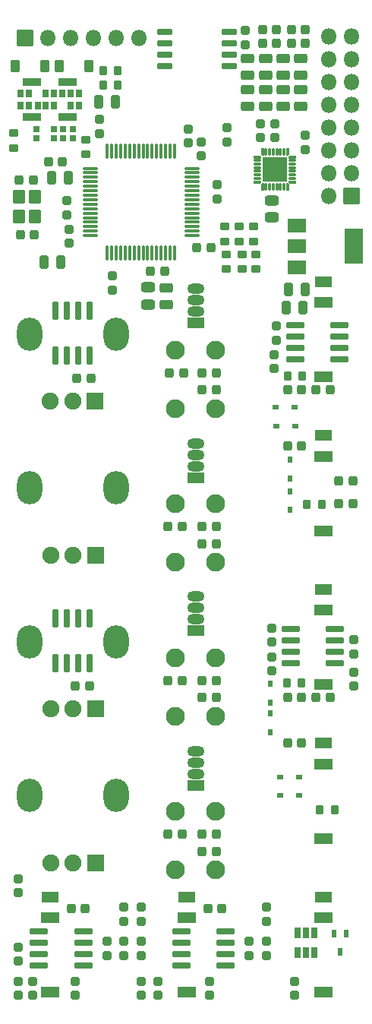
<source format=gbr>
G04 #@! TF.GenerationSoftware,KiCad,Pcbnew,6.0.6+dfsg-1*
G04 #@! TF.CreationDate,2022-10-02T17:16:31+02:00*
G04 #@! TF.ProjectId,demiurge,64656d69-7572-4676-952e-6b696361645f,G*
G04 #@! TF.SameCoordinates,Original*
G04 #@! TF.FileFunction,Soldermask,Top*
G04 #@! TF.FilePolarity,Negative*
%FSLAX46Y46*%
G04 Gerber Fmt 4.6, Leading zero omitted, Abs format (unit mm)*
G04 Created by KiCad (PCBNEW 6.0.6+dfsg-1) date 2022-10-02 17:16:31*
%MOMM*%
%LPD*%
G01*
G04 APERTURE LIST*
G04 Aperture macros list*
%AMRoundRect*
0 Rectangle with rounded corners*
0 $1 Rounding radius*
0 $2 $3 $4 $5 $6 $7 $8 $9 X,Y pos of 4 corners*
0 Add a 4 corners polygon primitive as box body*
4,1,4,$2,$3,$4,$5,$6,$7,$8,$9,$2,$3,0*
0 Add four circle primitives for the rounded corners*
1,1,$1+$1,$2,$3*
1,1,$1+$1,$4,$5*
1,1,$1+$1,$6,$7*
1,1,$1+$1,$8,$9*
0 Add four rect primitives between the rounded corners*
20,1,$1+$1,$2,$3,$4,$5,0*
20,1,$1+$1,$4,$5,$6,$7,0*
20,1,$1+$1,$6,$7,$8,$9,0*
20,1,$1+$1,$8,$9,$2,$3,0*%
%AMFreePoly0*
4,1,27,0.298730,0.146933,0.334085,0.132288,0.350565,0.121276,0.421276,0.050565,0.432288,0.034085,0.446933,-0.001270,0.450800,-0.020711,0.450800,-0.050000,0.446933,-0.069441,0.432288,-0.104796,0.404796,-0.132288,0.369441,-0.146933,0.350000,-0.150800,-0.350000,-0.150800,-0.369441,-0.146933,-0.404796,-0.132288,-0.432288,-0.104796,-0.446933,-0.069441,-0.450800,-0.050000,-0.450800,0.050000,
-0.446933,0.069441,-0.432288,0.104796,-0.404796,0.132288,-0.369441,0.146933,-0.350000,0.150800,0.279289,0.150800,0.298730,0.146933,0.298730,0.146933,$1*%
%AMFreePoly1*
4,1,27,0.369441,0.146933,0.404796,0.132288,0.432288,0.104796,0.446933,0.069441,0.450800,0.050000,0.450800,0.020711,0.446933,0.001271,0.432288,-0.034085,0.421276,-0.050566,0.350565,-0.121276,0.334085,-0.132288,0.298730,-0.146933,0.279289,-0.150800,-0.350000,-0.150800,-0.369441,-0.146933,-0.404796,-0.132288,-0.432288,-0.104796,-0.446933,-0.069441,-0.450800,-0.050000,-0.450800,0.050000,
-0.446933,0.069441,-0.432288,0.104796,-0.404796,0.132288,-0.369441,0.146933,-0.350000,0.150800,0.350000,0.150800,0.369441,0.146933,0.369441,0.146933,$1*%
%AMFreePoly2*
4,1,27,0.069441,0.446933,0.104796,0.432288,0.132288,0.404796,0.146933,0.369441,0.150800,0.350000,0.150800,-0.350000,0.146933,-0.369441,0.132288,-0.404796,0.104796,-0.432288,0.069441,-0.446933,0.050000,-0.450800,-0.050000,-0.450800,-0.069441,-0.446933,-0.104796,-0.432288,-0.132288,-0.404796,-0.146933,-0.369441,-0.150800,-0.350000,-0.150800,0.279289,-0.146933,0.298730,-0.132288,0.334085,
-0.121276,0.350565,-0.050566,0.421276,-0.034085,0.432288,0.001271,0.446933,0.020711,0.450800,0.050000,0.450800,0.069441,0.446933,0.069441,0.446933,$1*%
%AMFreePoly3*
4,1,27,-0.001270,0.446933,0.034085,0.432288,0.050565,0.421276,0.121276,0.350565,0.132288,0.334085,0.146933,0.298730,0.150800,0.279289,0.150800,-0.350000,0.146933,-0.369441,0.132288,-0.404796,0.104796,-0.432288,0.069441,-0.446933,0.050000,-0.450800,-0.050000,-0.450800,-0.069441,-0.446933,-0.104796,-0.432288,-0.132288,-0.404796,-0.146933,-0.369441,-0.150800,-0.350000,-0.150800,0.350000,
-0.146933,0.369441,-0.132288,0.404796,-0.104796,0.432288,-0.069441,0.446933,-0.050000,0.450800,-0.020711,0.450800,-0.001270,0.446933,-0.001270,0.446933,$1*%
%AMFreePoly4*
4,1,27,0.369441,0.146933,0.404796,0.132288,0.432288,0.104796,0.446933,0.069441,0.450800,0.050000,0.450800,-0.050000,0.446933,-0.069441,0.432288,-0.104796,0.404796,-0.132288,0.369441,-0.146933,0.350000,-0.150800,-0.279289,-0.150800,-0.298729,-0.146933,-0.334085,-0.132288,-0.350566,-0.121276,-0.421276,-0.050565,-0.432288,-0.034085,-0.446933,0.001270,-0.450800,0.020711,-0.450800,0.050000,
-0.446933,0.069441,-0.432288,0.104796,-0.404796,0.132288,-0.369441,0.146933,-0.350000,0.150800,0.350000,0.150800,0.369441,0.146933,0.369441,0.146933,$1*%
%AMFreePoly5*
4,1,27,0.369441,0.146933,0.404796,0.132288,0.432288,0.104796,0.446933,0.069441,0.450800,0.050000,0.450800,-0.050000,0.446933,-0.069441,0.432288,-0.104796,0.404796,-0.132288,0.369441,-0.146933,0.350000,-0.150800,-0.350000,-0.150800,-0.369441,-0.146933,-0.404796,-0.132288,-0.432288,-0.104796,-0.446933,-0.069441,-0.450800,-0.050000,-0.450800,-0.020711,-0.446933,-0.001270,-0.432288,0.034085,
-0.421276,0.050565,-0.350566,0.121276,-0.334085,0.132288,-0.298729,0.146933,-0.279289,0.150800,0.350000,0.150800,0.369441,0.146933,0.369441,0.146933,$1*%
%AMFreePoly6*
4,1,27,0.069441,0.446933,0.104796,0.432288,0.132288,0.404796,0.146933,0.369441,0.150800,0.350000,0.150800,-0.279289,0.146933,-0.298729,0.132288,-0.334085,0.121276,-0.350566,0.050565,-0.421276,0.034085,-0.432288,-0.001270,-0.446933,-0.020711,-0.450800,-0.050000,-0.450800,-0.069441,-0.446933,-0.104796,-0.432288,-0.132288,-0.404796,-0.146933,-0.369441,-0.150800,-0.350000,-0.150800,0.350000,
-0.146933,0.369441,-0.132288,0.404796,-0.104796,0.432288,-0.069441,0.446933,-0.050000,0.450800,0.050000,0.450800,0.069441,0.446933,0.069441,0.446933,$1*%
%AMFreePoly7*
4,1,27,0.069441,0.446933,0.104796,0.432288,0.132288,0.404796,0.146933,0.369441,0.150800,0.350000,0.150800,-0.350000,0.146933,-0.369441,0.132288,-0.404796,0.104796,-0.432288,0.069441,-0.446933,0.050000,-0.450800,0.020711,-0.450800,0.001271,-0.446933,-0.034085,-0.432288,-0.050566,-0.421276,-0.121276,-0.350565,-0.132288,-0.334085,-0.146933,-0.298730,-0.150800,-0.279289,-0.150800,0.350000,
-0.146933,0.369441,-0.132288,0.404796,-0.104796,0.432288,-0.069441,0.446933,-0.050000,0.450800,0.050000,0.450800,0.069441,0.446933,0.069441,0.446933,$1*%
G04 Aperture macros list end*
%ADD10RoundRect,0.269550X-0.256250X0.218750X-0.256250X-0.218750X0.256250X-0.218750X0.256250X0.218750X0*%
%ADD11RoundRect,0.269550X0.218750X0.256250X-0.218750X0.256250X-0.218750X-0.256250X0.218750X-0.256250X0*%
%ADD12RoundRect,0.269550X0.256250X-0.218750X0.256250X0.218750X-0.256250X0.218750X-0.256250X-0.218750X0*%
%ADD13RoundRect,0.050800X-1.000000X-0.750000X1.000000X-0.750000X1.000000X0.750000X-1.000000X0.750000X0*%
%ADD14RoundRect,0.050800X-1.000000X-1.900000X1.000000X-1.900000X1.000000X1.900000X-1.000000X1.900000X0*%
%ADD15RoundRect,0.269550X-0.218750X-0.256250X0.218750X-0.256250X0.218750X0.256250X-0.218750X0.256250X0*%
%ADD16RoundRect,0.200800X-0.825000X-0.150000X0.825000X-0.150000X0.825000X0.150000X-0.825000X0.150000X0*%
%ADD17RoundRect,0.294550X-0.456250X0.243750X-0.456250X-0.243750X0.456250X-0.243750X0.456250X0.243750X0*%
%ADD18RoundRect,0.294550X-0.243750X-0.456250X0.243750X-0.456250X0.243750X0.456250X-0.243750X0.456250X0*%
%ADD19RoundRect,0.294550X0.243750X0.456250X-0.243750X0.456250X-0.243750X-0.456250X0.243750X-0.456250X0*%
%ADD20RoundRect,0.050800X0.850000X0.850000X-0.850000X0.850000X-0.850000X-0.850000X0.850000X-0.850000X0*%
%ADD21O,1.801600X1.801600*%
%ADD22RoundRect,0.050800X-0.325000X0.530000X-0.325000X-0.530000X0.325000X-0.530000X0.325000X0.530000X0*%
%ADD23RoundRect,0.200800X-0.150000X0.825000X-0.150000X-0.825000X0.150000X-0.825000X0.150000X0.825000X0*%
%ADD24RoundRect,0.050800X0.850000X-0.850000X0.850000X0.850000X-0.850000X0.850000X-0.850000X-0.850000X0*%
%ADD25RoundRect,0.050800X0.225000X0.350000X-0.225000X0.350000X-0.225000X-0.350000X0.225000X-0.350000X0*%
%ADD26RoundRect,0.125800X-0.700000X-0.075000X0.700000X-0.075000X0.700000X0.075000X-0.700000X0.075000X0*%
%ADD27RoundRect,0.125800X-0.075000X-0.700000X0.075000X-0.700000X0.075000X0.700000X-0.075000X0.700000X0*%
%ADD28FreePoly0,0.000000*%
%ADD29RoundRect,0.100800X-0.350000X-0.050000X0.350000X-0.050000X0.350000X0.050000X-0.350000X0.050000X0*%
%ADD30FreePoly1,0.000000*%
%ADD31FreePoly2,0.000000*%
%ADD32RoundRect,0.100800X-0.050000X-0.350000X0.050000X-0.350000X0.050000X0.350000X-0.050000X0.350000X0*%
%ADD33FreePoly3,0.000000*%
%ADD34FreePoly4,0.000000*%
%ADD35FreePoly5,0.000000*%
%ADD36FreePoly6,0.000000*%
%ADD37FreePoly7,0.000000*%
%ADD38RoundRect,0.050800X-1.325000X-1.325000X1.325000X-1.325000X1.325000X1.325000X-1.325000X1.325000X0*%
%ADD39RoundRect,0.050800X0.450000X0.600000X-0.450000X0.600000X-0.450000X-0.600000X0.450000X-0.600000X0*%
%ADD40RoundRect,0.198300X-0.172500X0.147500X-0.172500X-0.147500X0.172500X-0.147500X0.172500X0.147500X0*%
%ADD41RoundRect,0.050800X-0.600000X0.700000X-0.600000X-0.700000X0.600000X-0.700000X0.600000X0.700000X0*%
%ADD42RoundRect,0.050800X-0.225000X0.300000X-0.225000X-0.300000X0.225000X-0.300000X0.225000X0.300000X0*%
%ADD43RoundRect,0.275800X0.250000X-0.225000X0.250000X0.225000X-0.250000X0.225000X-0.250000X-0.225000X0*%
%ADD44RoundRect,0.275800X-0.250000X0.225000X-0.250000X-0.225000X0.250000X-0.225000X0.250000X0.225000X0*%
%ADD45RoundRect,0.250800X0.275000X-0.200000X0.275000X0.200000X-0.275000X0.200000X-0.275000X-0.200000X0*%
%ADD46RoundRect,0.250800X0.200000X0.275000X-0.200000X0.275000X-0.200000X-0.275000X0.200000X-0.275000X0*%
%ADD47RoundRect,0.275800X0.225000X0.250000X-0.225000X0.250000X-0.225000X-0.250000X0.225000X-0.250000X0*%
%ADD48RoundRect,0.050800X0.225000X-0.300000X0.225000X0.300000X-0.225000X0.300000X-0.225000X-0.300000X0*%
%ADD49RoundRect,0.200800X-0.650000X-0.150000X0.650000X-0.150000X0.650000X0.150000X-0.650000X0.150000X0*%
%ADD50RoundRect,0.250800X-0.200000X-0.275000X0.200000X-0.275000X0.200000X0.275000X-0.200000X0.275000X0*%
%ADD51RoundRect,0.050800X0.300000X0.225000X-0.300000X0.225000X-0.300000X-0.225000X0.300000X-0.225000X0*%
%ADD52RoundRect,0.250800X-0.275000X0.200000X-0.275000X-0.200000X0.275000X-0.200000X0.275000X0.200000X0*%
%ADD53RoundRect,0.300800X0.475000X-0.250000X0.475000X0.250000X-0.475000X0.250000X-0.475000X-0.250000X0*%
%ADD54RoundRect,0.050800X-0.300000X-0.225000X0.300000X-0.225000X0.300000X0.225000X-0.300000X0.225000X0*%
%ADD55RoundRect,0.300800X-0.475000X0.250000X-0.475000X-0.250000X0.475000X-0.250000X0.475000X0.250000X0*%
%ADD56C,2.101600*%
%ADD57RoundRect,0.050800X-0.900000X-0.500000X0.900000X-0.500000X0.900000X0.500000X-0.900000X0.500000X0*%
%ADD58RoundRect,0.050800X-1.000000X-0.500000X1.000000X-0.500000X1.000000X0.500000X-1.000000X0.500000X0*%
%ADD59O,2.821600X3.701600*%
%ADD60RoundRect,0.050800X-0.900000X-0.900000X0.900000X-0.900000X0.900000X0.900000X-0.900000X0.900000X0*%
%ADD61C,1.901600*%
%ADD62RoundRect,0.050800X0.900000X-0.535000X0.900000X0.535000X-0.900000X0.535000X-0.900000X-0.535000X0*%
%ADD63O,1.901600X1.171600*%
%ADD64RoundRect,0.213300X-0.162500X-0.237500X0.162500X-0.237500X0.162500X0.237500X-0.162500X0.237500X0*%
%ADD65RoundRect,0.250800X-0.800000X-0.200000X0.800000X-0.200000X0.800000X0.200000X-0.800000X0.200000X0*%
G04 APERTURE END LIST*
D10*
X83439000Y-74142500D03*
X83439000Y-75717500D03*
D11*
X96190000Y-90170000D03*
X94615000Y-90170000D03*
X96037500Y-107315000D03*
X94462500Y-107315000D03*
X96037500Y-141605000D03*
X94462500Y-141605000D03*
X99847500Y-107315000D03*
X98272500Y-107315000D03*
X99847500Y-109220000D03*
X98272500Y-109220000D03*
X99847500Y-124460000D03*
X98272500Y-124460000D03*
X99847500Y-126365000D03*
X98272500Y-126365000D03*
X109372500Y-98300000D03*
X107797500Y-98300000D03*
X99847500Y-141605000D03*
X98272500Y-141605000D03*
X99847500Y-143510000D03*
X98272500Y-143510000D03*
D10*
X106553000Y-84937500D03*
X106553000Y-86512500D03*
D12*
X91440000Y-151282500D03*
X91440000Y-149707500D03*
X91440000Y-159537500D03*
X91440000Y-157962500D03*
D10*
X93345000Y-157962500D03*
X93345000Y-159537500D03*
X91440000Y-153517500D03*
X91440000Y-155092500D03*
D13*
X108864000Y-73773000D03*
D14*
X115164000Y-76073000D03*
D13*
X108864000Y-76073000D03*
X108864000Y-78373000D03*
D11*
X109772500Y-51876000D03*
X108197500Y-51876000D03*
X106587500Y-51876000D03*
X105012500Y-51876000D03*
D15*
X105012500Y-53400000D03*
X106587500Y-53400000D03*
X108197500Y-53400000D03*
X109772500Y-53400000D03*
D16*
X108125000Y-118745000D03*
X108125000Y-120015000D03*
X108125000Y-121285000D03*
X108125000Y-122555000D03*
X113075000Y-122555000D03*
X113075000Y-121285000D03*
X113075000Y-120015000D03*
X113075000Y-118745000D03*
D17*
X94250000Y-80662500D03*
X94250000Y-82537500D03*
D11*
X112547500Y-92075000D03*
X110972500Y-92075000D03*
D18*
X107901500Y-80899000D03*
X109776500Y-80899000D03*
D17*
X109290000Y-55142500D03*
X109290000Y-57017500D03*
X107315000Y-58600100D03*
X107315000Y-60475100D03*
X107310000Y-55142500D03*
X107310000Y-57017500D03*
X109296200Y-58600100D03*
X109296200Y-60475100D03*
X103352600Y-58600100D03*
X103352600Y-60475100D03*
D15*
X97688300Y-76225400D03*
X99263300Y-76225400D03*
D12*
X87630000Y-155092500D03*
X87630000Y-153517500D03*
X77724000Y-148107500D03*
X77724000Y-146532500D03*
D10*
X77724000Y-154152500D03*
X77724000Y-155727500D03*
D12*
X105410000Y-151282500D03*
X105410000Y-149707500D03*
X89535000Y-151282500D03*
X89535000Y-149707500D03*
D11*
X109372500Y-92075000D03*
X107797500Y-92075000D03*
X115087500Y-104775000D03*
X113512500Y-104775000D03*
X115087500Y-102235000D03*
X113512500Y-102235000D03*
X109372500Y-126365000D03*
X107797500Y-126365000D03*
D10*
X106000000Y-121812500D03*
X106000000Y-123387500D03*
X115200000Y-123512500D03*
X115200000Y-125087500D03*
X106000000Y-118612500D03*
X106000000Y-120187500D03*
X115200000Y-119912500D03*
X115200000Y-121487500D03*
D11*
X99847500Y-92075000D03*
X98272500Y-92075000D03*
X112547500Y-126365000D03*
X110972500Y-126365000D03*
X82702500Y-66675000D03*
X81127500Y-66675000D03*
X99847500Y-90170000D03*
X98272500Y-90170000D03*
D10*
X106300000Y-88112500D03*
X106300000Y-89687500D03*
D16*
X95950000Y-152400000D03*
X95950000Y-153670000D03*
X95950000Y-154940000D03*
X95950000Y-156210000D03*
X100900000Y-156210000D03*
X100900000Y-154940000D03*
X100900000Y-153670000D03*
X100900000Y-152400000D03*
D17*
X105333800Y-58600100D03*
X105333800Y-60475100D03*
X105340000Y-55142500D03*
X105340000Y-57017500D03*
D10*
X105410000Y-153517500D03*
X105410000Y-155092500D03*
X89535000Y-153517500D03*
X89535000Y-155092500D03*
D11*
X100482500Y-149860000D03*
X98907500Y-149860000D03*
D16*
X80075000Y-152400000D03*
X80075000Y-153670000D03*
X80075000Y-154940000D03*
X80075000Y-156210000D03*
X85025000Y-156210000D03*
X85025000Y-154940000D03*
X85025000Y-153670000D03*
X85025000Y-152400000D03*
D18*
X107647500Y-82931000D03*
X109522500Y-82931000D03*
X80596500Y-77825600D03*
X82471500Y-77825600D03*
D11*
X96037500Y-124460000D03*
X94462500Y-124460000D03*
D18*
X86743300Y-59969400D03*
X88618300Y-59969400D03*
D19*
X83360500Y-68453000D03*
X81485500Y-68453000D03*
D20*
X114935000Y-70485000D03*
D21*
X112395000Y-70485000D03*
X114935000Y-67945000D03*
X112395000Y-67945000D03*
X114935000Y-65405000D03*
X112395000Y-65405000D03*
X114935000Y-62865000D03*
X112395000Y-62865000D03*
X114935000Y-60325000D03*
X112395000Y-60325000D03*
X114935000Y-57785000D03*
X112395000Y-57785000D03*
X114935000Y-55245000D03*
X112395000Y-55245000D03*
X114935000Y-52705000D03*
X112395000Y-52705000D03*
D12*
X84150000Y-159537500D03*
X84150000Y-157962500D03*
X99060000Y-159537500D03*
X99060000Y-157962500D03*
X103505000Y-155092500D03*
X103505000Y-153517500D03*
D16*
X108650000Y-84836000D03*
X108650000Y-86106000D03*
X108650000Y-87376000D03*
X108650000Y-88646000D03*
X113600000Y-88646000D03*
X113600000Y-87376000D03*
X113600000Y-86106000D03*
X113600000Y-84836000D03*
D17*
X103350000Y-55142500D03*
X103350000Y-57017500D03*
D11*
X109372500Y-131445000D03*
X107797500Y-131445000D03*
D22*
X110805000Y-152570000D03*
X109855000Y-152570000D03*
X108905000Y-152570000D03*
X108905000Y-154770000D03*
X109855000Y-154770000D03*
X110805000Y-154770000D03*
D23*
X85725000Y-117540000D03*
X84455000Y-117540000D03*
X83185000Y-117540000D03*
X81915000Y-117540000D03*
X81915000Y-122490000D03*
X83185000Y-122490000D03*
X84455000Y-122490000D03*
X85725000Y-122490000D03*
D11*
X85877500Y-90805000D03*
X84302500Y-90805000D03*
X85725000Y-125095000D03*
X84150000Y-125095000D03*
D10*
X77724000Y-157962500D03*
X77724000Y-159537500D03*
X79375000Y-157962500D03*
X79375000Y-159537500D03*
D24*
X78486000Y-52832000D03*
D21*
X81026000Y-52832000D03*
X83566000Y-52832000D03*
X86106000Y-52832000D03*
X88646000Y-52832000D03*
X91186000Y-52832000D03*
D12*
X108585000Y-159537500D03*
X108585000Y-157962500D03*
D25*
X114315000Y-152670000D03*
X113015000Y-152670000D03*
X113665000Y-154670000D03*
D11*
X85242500Y-149860000D03*
X83667500Y-149860000D03*
D26*
X85765000Y-67370000D03*
X85765000Y-67870000D03*
X85765000Y-68370000D03*
X85765000Y-68870000D03*
X85765000Y-69370000D03*
X85765000Y-69870000D03*
X85765000Y-70370000D03*
X85765000Y-70870000D03*
X85765000Y-71370000D03*
X85765000Y-71870000D03*
X85765000Y-72370000D03*
X85765000Y-72870000D03*
X85765000Y-73370000D03*
X85765000Y-73870000D03*
X85765000Y-74370000D03*
X85765000Y-74870000D03*
D27*
X87690000Y-76795000D03*
X88190000Y-76795000D03*
X88690000Y-76795000D03*
X89190000Y-76795000D03*
X89690000Y-76795000D03*
X90190000Y-76795000D03*
X90690000Y-76795000D03*
X91190000Y-76795000D03*
X91690000Y-76795000D03*
X92190000Y-76795000D03*
X92690000Y-76795000D03*
X93190000Y-76795000D03*
X93690000Y-76795000D03*
X94190000Y-76795000D03*
X94690000Y-76795000D03*
X95190000Y-76795000D03*
D26*
X97115000Y-74870000D03*
X97115000Y-74370000D03*
X97115000Y-73870000D03*
X97115000Y-73370000D03*
X97115000Y-72870000D03*
X97115000Y-72370000D03*
X97115000Y-71870000D03*
X97115000Y-71370000D03*
X97115000Y-70870000D03*
X97115000Y-70370000D03*
X97115000Y-69870000D03*
X97115000Y-69370000D03*
X97115000Y-68870000D03*
X97115000Y-68370000D03*
X97115000Y-67870000D03*
X97115000Y-67370000D03*
D27*
X95190000Y-65445000D03*
X94690000Y-65445000D03*
X94190000Y-65445000D03*
X93690000Y-65445000D03*
X93190000Y-65445000D03*
X92690000Y-65445000D03*
X92190000Y-65445000D03*
X91690000Y-65445000D03*
X91190000Y-65445000D03*
X90690000Y-65445000D03*
X90190000Y-65445000D03*
X89690000Y-65445000D03*
X89190000Y-65445000D03*
X88690000Y-65445000D03*
X88190000Y-65445000D03*
X87690000Y-65445000D03*
D28*
X104450000Y-66100000D03*
D29*
X104450000Y-66500000D03*
X104450000Y-66900000D03*
X104450000Y-67300000D03*
X104450000Y-67700000D03*
X104450000Y-68100000D03*
X104450000Y-68500000D03*
D30*
X104450000Y-68900000D03*
D31*
X105000000Y-69450000D03*
D32*
X105400000Y-69450000D03*
X105800000Y-69450000D03*
X106200000Y-69450000D03*
X106600000Y-69450000D03*
X107000000Y-69450000D03*
X107400000Y-69450000D03*
D33*
X107800000Y-69450000D03*
D34*
X108350000Y-68900000D03*
D29*
X108350000Y-68500000D03*
X108350000Y-68100000D03*
X108350000Y-67700000D03*
X108350000Y-67300000D03*
X108350000Y-66900000D03*
X108350000Y-66500000D03*
D35*
X108350000Y-66100000D03*
D36*
X107800000Y-65550000D03*
D32*
X107400000Y-65550000D03*
X107000000Y-65550000D03*
X106600000Y-65550000D03*
X106200000Y-65550000D03*
X105800000Y-65550000D03*
X105400000Y-65550000D03*
D37*
X105000000Y-65550000D03*
D38*
X106400000Y-67500000D03*
D23*
X85725000Y-83250000D03*
X84455000Y-83250000D03*
X83185000Y-83250000D03*
X81915000Y-83250000D03*
X81915000Y-88200000D03*
X83185000Y-88200000D03*
X84455000Y-88200000D03*
X85725000Y-88200000D03*
D10*
X88265000Y-79349500D03*
X88265000Y-80924500D03*
X83185000Y-70967500D03*
X83185000Y-72542500D03*
D39*
X85650000Y-56000000D03*
X82350000Y-56000000D03*
D40*
X82750000Y-63015000D03*
X82750000Y-63985000D03*
X81700000Y-63015000D03*
X81700000Y-63985000D03*
X83820000Y-63015000D03*
X83820000Y-63985000D03*
X79800000Y-63015000D03*
X79800000Y-63985000D03*
D15*
X77870089Y-68669011D03*
X79445089Y-68669011D03*
X77971689Y-74739611D03*
X79546689Y-74739611D03*
D41*
X77883789Y-70566211D03*
X77883789Y-72766211D03*
X79583789Y-72766211D03*
X79583789Y-70566211D03*
D42*
X108100000Y-99850000D03*
X108100000Y-101950000D03*
D43*
X98200000Y-65975000D03*
X98200000Y-64425000D03*
D44*
X104800000Y-62425000D03*
X104800000Y-63975000D03*
D45*
X102700000Y-78625000D03*
X102700000Y-76975000D03*
D46*
X113025000Y-138900000D03*
X111375000Y-138900000D03*
D47*
X94075000Y-78800000D03*
X92525000Y-78800000D03*
D48*
X105900000Y-130250000D03*
X105900000Y-128150000D03*
D46*
X111625000Y-104800000D03*
X109975000Y-104800000D03*
D43*
X109800000Y-65275000D03*
X109800000Y-63725000D03*
D49*
X94090000Y-52165000D03*
X94090000Y-53435000D03*
X94090000Y-54705000D03*
X94090000Y-55975000D03*
X101290000Y-55975000D03*
X101290000Y-54705000D03*
X101290000Y-53435000D03*
X101290000Y-52165000D03*
D50*
X107700000Y-124700000D03*
X109350000Y-124700000D03*
D51*
X109050000Y-137300000D03*
X106950000Y-137300000D03*
D46*
X88875000Y-58100000D03*
X87225000Y-58100000D03*
D52*
X85300000Y-64173600D03*
X85300000Y-65823600D03*
D44*
X101041200Y-62877400D03*
X101041200Y-64427400D03*
D45*
X100800000Y-75525000D03*
X100800000Y-73875000D03*
D46*
X88875000Y-56500000D03*
X87225000Y-56500000D03*
D45*
X102400000Y-75525000D03*
X102400000Y-73875000D03*
D43*
X106400000Y-63975000D03*
X106400000Y-62425000D03*
D53*
X106000000Y-72850000D03*
X106000000Y-70950000D03*
D43*
X86800000Y-63475000D03*
X86800000Y-61925000D03*
X96700000Y-64554400D03*
X96700000Y-63004400D03*
D45*
X104300000Y-78625000D03*
X104300000Y-76975000D03*
X101000000Y-78625000D03*
X101000000Y-76975000D03*
D54*
X106450000Y-94000000D03*
X108550000Y-94000000D03*
D50*
X107775000Y-90500000D03*
X109425000Y-90500000D03*
D45*
X77241400Y-65112400D03*
X77241400Y-63462400D03*
D42*
X105900000Y-124850000D03*
X105900000Y-126950000D03*
D44*
X103100000Y-52025000D03*
X103100000Y-53575000D03*
D45*
X104000000Y-75525000D03*
X104000000Y-73875000D03*
D48*
X108100000Y-105450000D03*
X108100000Y-103350000D03*
D44*
X99900000Y-69225000D03*
X99900000Y-70775000D03*
D39*
X80750000Y-56000000D03*
X77450000Y-56000000D03*
D54*
X106550000Y-96100000D03*
X108650000Y-96100000D03*
D55*
X92200000Y-80650000D03*
X92200000Y-82550000D03*
D51*
X109050000Y-135200000D03*
X106950000Y-135200000D03*
D56*
X95250000Y-104775000D03*
X95250000Y-111275000D03*
X99750000Y-104775000D03*
X99750000Y-111275000D03*
X95250000Y-121920000D03*
X95250000Y-128420000D03*
X99750000Y-121920000D03*
X99750000Y-128420000D03*
D57*
X111760000Y-148590000D03*
D58*
X111760000Y-159225000D03*
X111760000Y-150925000D03*
D57*
X111760000Y-80010000D03*
D58*
X111760000Y-90645000D03*
X111760000Y-82345000D03*
D56*
X95250000Y-139065000D03*
X95250000Y-145565000D03*
X99750000Y-145565000D03*
X99750000Y-139065000D03*
D57*
X96520000Y-148590000D03*
D58*
X96520000Y-159225000D03*
X96520000Y-150925000D03*
D59*
X88646000Y-85845000D03*
X79046000Y-85845000D03*
D60*
X86346000Y-93345000D03*
D61*
X83846000Y-93345000D03*
X81346000Y-93345000D03*
D59*
X88660000Y-137280000D03*
X79060000Y-137280000D03*
D60*
X86360000Y-144780000D03*
D61*
X83860000Y-144780000D03*
X81360000Y-144780000D03*
D57*
X111760000Y-131445000D03*
D58*
X111760000Y-142080000D03*
X111760000Y-133780000D03*
D57*
X111760000Y-114300000D03*
D58*
X111760000Y-124935000D03*
X111760000Y-116635000D03*
D57*
X111760000Y-97155000D03*
D58*
X111760000Y-107790000D03*
X111760000Y-99490000D03*
D59*
X79060000Y-102990000D03*
X88660000Y-102990000D03*
D60*
X86360000Y-110490000D03*
D61*
X83860000Y-110490000D03*
X81360000Y-110490000D03*
D59*
X79060000Y-120135000D03*
X88660000Y-120135000D03*
D60*
X86360000Y-127635000D03*
D61*
X83860000Y-127635000D03*
X81360000Y-127635000D03*
D56*
X95250000Y-87630000D03*
X95250000Y-94130000D03*
X99750000Y-87630000D03*
X99750000Y-94130000D03*
D57*
X81280000Y-148590000D03*
D58*
X81280000Y-159225000D03*
X81280000Y-150925000D03*
D62*
X97536000Y-84582000D03*
D63*
X97536000Y-83312000D03*
X97536000Y-82042000D03*
X97536000Y-80772000D03*
D62*
X97536000Y-101854000D03*
D63*
X97536000Y-100584000D03*
X97536000Y-99314000D03*
X97536000Y-98044000D03*
D62*
X97536000Y-136144000D03*
D63*
X97536000Y-134874000D03*
X97536000Y-133604000D03*
X97536000Y-132334000D03*
D62*
X97536000Y-118872000D03*
D63*
X97536000Y-117602000D03*
X97536000Y-116332000D03*
X97536000Y-115062000D03*
D64*
X78030000Y-60390000D03*
X78980000Y-60390000D03*
X79930000Y-60390000D03*
X80830000Y-60390000D03*
X81730000Y-60390000D03*
X83580000Y-60390000D03*
X84530000Y-60390000D03*
X84530000Y-58990000D03*
X83580000Y-58990000D03*
X82630000Y-58990000D03*
X81730000Y-58990000D03*
X80830000Y-58990000D03*
X78980000Y-58990000D03*
X78030000Y-58990000D03*
D65*
X83280000Y-57760000D03*
X83280000Y-61630000D03*
X79280000Y-57760000D03*
X79280000Y-61620000D03*
M02*

</source>
